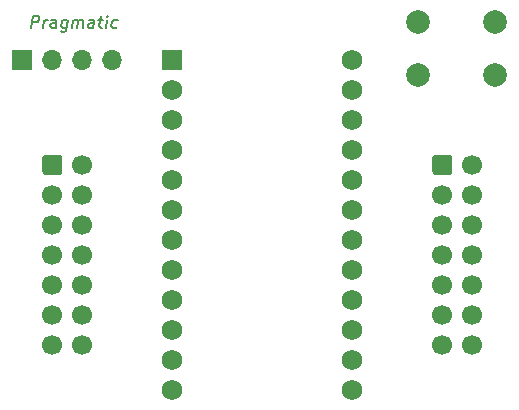
<source format=gbr>
%TF.GenerationSoftware,KiCad,Pcbnew,(5.1.12-1-10_14)*%
%TF.CreationDate,2021-11-30T09:14:07+08:00*%
%TF.ProjectId,Pragmatic,50726167-6d61-4746-9963-2e6b69636164,V0.3*%
%TF.SameCoordinates,Original*%
%TF.FileFunction,Soldermask,Top*%
%TF.FilePolarity,Negative*%
%FSLAX46Y46*%
G04 Gerber Fmt 4.6, Leading zero omitted, Abs format (unit mm)*
G04 Created by KiCad (PCBNEW (5.1.12-1-10_14)) date 2021-11-30 09:14:07*
%MOMM*%
%LPD*%
G01*
G04 APERTURE LIST*
%ADD10C,0.203200*%
%ADD11C,1.752600*%
%ADD12R,1.752600X1.752600*%
%ADD13O,1.700000X1.700000*%
%ADD14R,1.700000X1.700000*%
%ADD15C,2.000000*%
%ADD16C,1.700000*%
G04 APERTURE END LIST*
D10*
X120114906Y-46814619D02*
X120241906Y-45798619D01*
X120628954Y-45798619D01*
X120719668Y-45847000D01*
X120762001Y-45895380D01*
X120798287Y-45992142D01*
X120780144Y-46137285D01*
X120719668Y-46234047D01*
X120665240Y-46282428D01*
X120562430Y-46330809D01*
X120175382Y-46330809D01*
X121130906Y-46814619D02*
X121215573Y-46137285D01*
X121191382Y-46330809D02*
X121251859Y-46234047D01*
X121306287Y-46185666D01*
X121409097Y-46137285D01*
X121505859Y-46137285D01*
X122195287Y-46814619D02*
X122261811Y-46282428D01*
X122225525Y-46185666D01*
X122134811Y-46137285D01*
X121941287Y-46137285D01*
X121838478Y-46185666D01*
X122201335Y-46766238D02*
X122098525Y-46814619D01*
X121856620Y-46814619D01*
X121765906Y-46766238D01*
X121729620Y-46669476D01*
X121741716Y-46572714D01*
X121802192Y-46475952D01*
X121905001Y-46427571D01*
X122146906Y-46427571D01*
X122249716Y-46379190D01*
X123199192Y-46137285D02*
X123096382Y-46959761D01*
X123035906Y-47056523D01*
X122981478Y-47104904D01*
X122878668Y-47153285D01*
X122733525Y-47153285D01*
X122642811Y-47104904D01*
X123120573Y-46766238D02*
X123017763Y-46814619D01*
X122824240Y-46814619D01*
X122733525Y-46766238D01*
X122691192Y-46717857D01*
X122654906Y-46621095D01*
X122691192Y-46330809D01*
X122751668Y-46234047D01*
X122806097Y-46185666D01*
X122908906Y-46137285D01*
X123102430Y-46137285D01*
X123193144Y-46185666D01*
X123598335Y-46814619D02*
X123683001Y-46137285D01*
X123670906Y-46234047D02*
X123725335Y-46185666D01*
X123828144Y-46137285D01*
X123973287Y-46137285D01*
X124064001Y-46185666D01*
X124100287Y-46282428D01*
X124033763Y-46814619D01*
X124100287Y-46282428D02*
X124160763Y-46185666D01*
X124263573Y-46137285D01*
X124408716Y-46137285D01*
X124499430Y-46185666D01*
X124535716Y-46282428D01*
X124469192Y-46814619D01*
X125388430Y-46814619D02*
X125454954Y-46282428D01*
X125418668Y-46185666D01*
X125327954Y-46137285D01*
X125134430Y-46137285D01*
X125031620Y-46185666D01*
X125394478Y-46766238D02*
X125291668Y-46814619D01*
X125049763Y-46814619D01*
X124959049Y-46766238D01*
X124922763Y-46669476D01*
X124934859Y-46572714D01*
X124995335Y-46475952D01*
X125098144Y-46427571D01*
X125340049Y-46427571D01*
X125442859Y-46379190D01*
X125811763Y-46137285D02*
X126198811Y-46137285D01*
X125999240Y-45798619D02*
X125890382Y-46669476D01*
X125926668Y-46766238D01*
X126017382Y-46814619D01*
X126114144Y-46814619D01*
X126452811Y-46814619D02*
X126537478Y-46137285D01*
X126579811Y-45798619D02*
X126525382Y-45847000D01*
X126567716Y-45895380D01*
X126622144Y-45847000D01*
X126579811Y-45798619D01*
X126567716Y-45895380D01*
X127378097Y-46766238D02*
X127275287Y-46814619D01*
X127081763Y-46814619D01*
X126991049Y-46766238D01*
X126948716Y-46717857D01*
X126912430Y-46621095D01*
X126948716Y-46330809D01*
X127009192Y-46234047D01*
X127063620Y-46185666D01*
X127166430Y-46137285D01*
X127359954Y-46137285D01*
X127450668Y-46185666D01*
D11*
%TO.C,U1*%
X147320000Y-49530000D03*
X132080000Y-77470000D03*
X147320000Y-52070000D03*
X147320000Y-54610000D03*
X147320000Y-57150000D03*
X147320000Y-59690000D03*
X147320000Y-62230000D03*
X147320000Y-64770000D03*
X147320000Y-67310000D03*
X147320000Y-69850000D03*
X147320000Y-72390000D03*
X147320000Y-74930000D03*
X147320000Y-77470000D03*
X132080000Y-74930000D03*
X132080000Y-72390000D03*
X132080000Y-69850000D03*
X132080000Y-67310000D03*
X132080000Y-64770000D03*
X132080000Y-62230000D03*
X132080000Y-59690000D03*
X132080000Y-57150000D03*
X132080000Y-54610000D03*
X132080000Y-52070000D03*
D12*
X132080000Y-49530000D03*
%TD*%
D13*
%TO.C,J3*%
X127000000Y-49530000D03*
X124460000Y-49530000D03*
X121920000Y-49530000D03*
D14*
X119380000Y-49530000D03*
%TD*%
D15*
%TO.C,SW1*%
X152885000Y-50800000D03*
X152885000Y-46300000D03*
X159385000Y-50800000D03*
X159385000Y-46300000D03*
%TD*%
D16*
%TO.C,J2*%
X157480000Y-73660000D03*
X157480000Y-71120000D03*
X157480000Y-68580000D03*
X157480000Y-66040000D03*
X157480000Y-63500000D03*
X157480000Y-60960000D03*
X157480000Y-58420000D03*
X154940000Y-73660000D03*
X154940000Y-71120000D03*
X154940000Y-68580000D03*
X154940000Y-66040000D03*
X154940000Y-63500000D03*
X154940000Y-60960000D03*
G36*
G01*
X154090000Y-59020000D02*
X154090000Y-57820000D01*
G75*
G02*
X154340000Y-57570000I250000J0D01*
G01*
X155540000Y-57570000D01*
G75*
G02*
X155790000Y-57820000I0J-250000D01*
G01*
X155790000Y-59020000D01*
G75*
G02*
X155540000Y-59270000I-250000J0D01*
G01*
X154340000Y-59270000D01*
G75*
G02*
X154090000Y-59020000I0J250000D01*
G01*
G37*
%TD*%
%TO.C,J1*%
X124460000Y-73660000D03*
X124460000Y-71120000D03*
X124460000Y-68580000D03*
X124460000Y-66040000D03*
X124460000Y-63500000D03*
X124460000Y-60960000D03*
X124460000Y-58420000D03*
X121920000Y-73660000D03*
X121920000Y-71120000D03*
X121920000Y-68580000D03*
X121920000Y-66040000D03*
X121920000Y-63500000D03*
X121920000Y-60960000D03*
G36*
G01*
X121070000Y-59020000D02*
X121070000Y-57820000D01*
G75*
G02*
X121320000Y-57570000I250000J0D01*
G01*
X122520000Y-57570000D01*
G75*
G02*
X122770000Y-57820000I0J-250000D01*
G01*
X122770000Y-59020000D01*
G75*
G02*
X122520000Y-59270000I-250000J0D01*
G01*
X121320000Y-59270000D01*
G75*
G02*
X121070000Y-59020000I0J250000D01*
G01*
G37*
%TD*%
M02*

</source>
